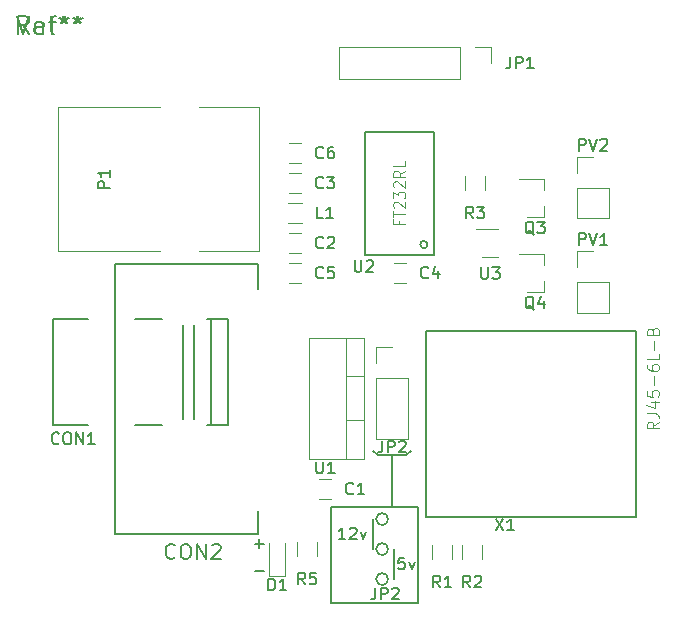
<source format=gto>
G04 #@! TF.FileFunction,Legend,Top*
%FSLAX46Y46*%
G04 Gerber Fmt 4.6, Leading zero omitted, Abs format (unit mm)*
G04 Created by KiCad (PCBNEW 4.0.6) date 07/30/17 21:30:07*
%MOMM*%
%LPD*%
G01*
G04 APERTURE LIST*
%ADD10C,0.100000*%
%ADD11C,0.200000*%
%ADD12C,0.120000*%
%ADD13C,0.203200*%
%ADD14C,0.152400*%
%ADD15C,0.127000*%
%ADD16C,0.150000*%
%ADD17C,0.050000*%
G04 APERTURE END LIST*
D10*
D11*
X231800000Y-76400000D02*
X231400000Y-76000000D01*
X234200000Y-76400000D02*
X234600000Y-76000000D01*
X233000000Y-76400000D02*
X233000000Y-80750000D01*
X234200000Y-76400000D02*
X231800000Y-76400000D01*
X231576667Y-87590381D02*
X231576667Y-88304667D01*
X231529047Y-88447524D01*
X231433809Y-88542762D01*
X231290952Y-88590381D01*
X231195714Y-88590381D01*
X232052857Y-88590381D02*
X232052857Y-87590381D01*
X232433810Y-87590381D01*
X232529048Y-87638000D01*
X232576667Y-87685619D01*
X232624286Y-87780857D01*
X232624286Y-87923714D01*
X232576667Y-88018952D01*
X232529048Y-88066571D01*
X232433810Y-88114190D01*
X232052857Y-88114190D01*
X233005238Y-87685619D02*
X233052857Y-87638000D01*
X233148095Y-87590381D01*
X233386191Y-87590381D01*
X233481429Y-87638000D01*
X233529048Y-87685619D01*
X233576667Y-87780857D01*
X233576667Y-87876095D01*
X233529048Y-88018952D01*
X232957619Y-88590381D01*
X233576667Y-88590381D01*
X227838000Y-80772000D02*
X228346000Y-80772000D01*
X227838000Y-88900000D02*
X227838000Y-80772000D01*
X235204000Y-88900000D02*
X227838000Y-88900000D01*
X235204000Y-80772000D02*
X235204000Y-88900000D01*
X228092000Y-80772000D02*
X235204000Y-80772000D01*
X234045143Y-85050381D02*
X233568952Y-85050381D01*
X233521333Y-85526571D01*
X233568952Y-85478952D01*
X233664190Y-85431333D01*
X233902286Y-85431333D01*
X233997524Y-85478952D01*
X234045143Y-85526571D01*
X234092762Y-85621810D01*
X234092762Y-85859905D01*
X234045143Y-85955143D01*
X233997524Y-86002762D01*
X233902286Y-86050381D01*
X233664190Y-86050381D01*
X233568952Y-86002762D01*
X233521333Y-85955143D01*
X234426095Y-85383714D02*
X234664190Y-86050381D01*
X234902286Y-85383714D01*
X233172000Y-84328000D02*
X233172000Y-86868000D01*
X229044572Y-83510381D02*
X228473143Y-83510381D01*
X228758857Y-83510381D02*
X228758857Y-82510381D01*
X228663619Y-82653238D01*
X228568381Y-82748476D01*
X228473143Y-82796095D01*
X229425524Y-82605619D02*
X229473143Y-82558000D01*
X229568381Y-82510381D01*
X229806477Y-82510381D01*
X229901715Y-82558000D01*
X229949334Y-82605619D01*
X229996953Y-82700857D01*
X229996953Y-82796095D01*
X229949334Y-82938952D01*
X229377905Y-83510381D01*
X229996953Y-83510381D01*
X230330286Y-82843714D02*
X230568381Y-83510381D01*
X230806477Y-82843714D01*
X231394000Y-81788000D02*
X231394000Y-84328000D01*
X232664000Y-86868000D02*
G75*
G03X232664000Y-86868000I-508000J0D01*
G01*
X232664000Y-84328000D02*
G75*
G03X232664000Y-84328000I-508000J0D01*
G01*
X232664000Y-81788000D02*
G75*
G03X232664000Y-81788000I-508000J0D01*
G01*
X221361048Y-86177429D02*
X222122953Y-86177429D01*
X221361048Y-83891429D02*
X222122953Y-83891429D01*
X221742001Y-84272381D02*
X221742001Y-83510476D01*
D12*
X238896000Y-85182000D02*
X238896000Y-83982000D01*
X240656000Y-83982000D02*
X240656000Y-85182000D01*
X236356000Y-85182000D02*
X236356000Y-83982000D01*
X238116000Y-83982000D02*
X238116000Y-85182000D01*
X231670000Y-74990000D02*
X234330000Y-74990000D01*
X231670000Y-69850000D02*
X231670000Y-74990000D01*
X234330000Y-69850000D02*
X234330000Y-74990000D01*
X231670000Y-69850000D02*
X234330000Y-69850000D01*
X231670000Y-68580000D02*
X231670000Y-67250000D01*
X231670000Y-67250000D02*
X233000000Y-67250000D01*
X227830000Y-78398000D02*
X226830000Y-78398000D01*
X226830000Y-80098000D02*
X227830000Y-80098000D01*
X225290000Y-57570000D02*
X224290000Y-57570000D01*
X224290000Y-59270000D02*
X225290000Y-59270000D01*
X225290000Y-52490000D02*
X224290000Y-52490000D01*
X224290000Y-54190000D02*
X225290000Y-54190000D01*
X233180000Y-61810000D02*
X234180000Y-61810000D01*
X234180000Y-60110000D02*
X233180000Y-60110000D01*
X225290000Y-60110000D02*
X224290000Y-60110000D01*
X224290000Y-61810000D02*
X225290000Y-61810000D01*
X224290000Y-51650000D02*
X225290000Y-51650000D01*
X225290000Y-49950000D02*
X224290000Y-49950000D01*
X228540000Y-41850000D02*
X228540000Y-44510000D01*
X238760000Y-41850000D02*
X228540000Y-41850000D01*
X238760000Y-44510000D02*
X228540000Y-44510000D01*
X238760000Y-41850000D02*
X238760000Y-44510000D01*
X240030000Y-41850000D02*
X241360000Y-41850000D01*
X241360000Y-41850000D02*
X241360000Y-43180000D01*
X225390000Y-56760000D02*
X224190000Y-56760000D01*
X224190000Y-55000000D02*
X225390000Y-55000000D01*
X248670000Y-64330000D02*
X251330000Y-64330000D01*
X248670000Y-61730000D02*
X248670000Y-64330000D01*
X251330000Y-61730000D02*
X251330000Y-64330000D01*
X248670000Y-61730000D02*
X251330000Y-61730000D01*
X248670000Y-60460000D02*
X248670000Y-59130000D01*
X248670000Y-59130000D02*
X250000000Y-59130000D01*
X248670000Y-56330000D02*
X251330000Y-56330000D01*
X248670000Y-53730000D02*
X248670000Y-56330000D01*
X251330000Y-53730000D02*
X251330000Y-56330000D01*
X248670000Y-53730000D02*
X251330000Y-53730000D01*
X248670000Y-52460000D02*
X248670000Y-51130000D01*
X248670000Y-51130000D02*
X250000000Y-51130000D01*
D13*
X221638300Y-83067780D02*
X209517420Y-83067780D01*
X209517420Y-83067780D02*
X209517420Y-60172220D01*
X209517420Y-60172220D02*
X221638300Y-60172220D01*
X221638300Y-60172220D02*
X221638300Y-62295660D01*
X221638300Y-81119600D02*
X221638300Y-83067780D01*
D12*
X245870000Y-56190000D02*
X245870000Y-55260000D01*
X245870000Y-53030000D02*
X245870000Y-53960000D01*
X245870000Y-53030000D02*
X243710000Y-53030000D01*
X245870000Y-56190000D02*
X244410000Y-56190000D01*
X245870000Y-62540000D02*
X245870000Y-61610000D01*
X245870000Y-59380000D02*
X245870000Y-60310000D01*
X245870000Y-59380000D02*
X243710000Y-59380000D01*
X245870000Y-62540000D02*
X244410000Y-62540000D01*
X239150000Y-53940000D02*
X239150000Y-52740000D01*
X240910000Y-52740000D02*
X240910000Y-53940000D01*
X226686000Y-83728000D02*
X226686000Y-84928000D01*
X224926000Y-84928000D02*
X224926000Y-83728000D01*
X230620000Y-66420000D02*
X230620000Y-76660000D01*
X225979000Y-66420000D02*
X225979000Y-76660000D01*
X230620000Y-66420000D02*
X225979000Y-66420000D01*
X230620000Y-76660000D02*
X225979000Y-76660000D01*
X229110000Y-66420000D02*
X229110000Y-76660000D01*
X230620000Y-69690000D02*
X229110000Y-69690000D01*
X230620000Y-73391000D02*
X229110000Y-73391000D01*
D14*
X253620000Y-81590000D02*
X235880000Y-81590000D01*
X235880000Y-81590000D02*
X235880000Y-65840000D01*
X235880000Y-65840000D02*
X253620000Y-65840000D01*
X253620000Y-65840000D02*
X253620000Y-81590000D01*
D15*
X207296000Y-64842000D02*
X204296000Y-64842000D01*
X204296000Y-64842000D02*
X204296000Y-73842000D01*
X204296000Y-73842000D02*
X207296000Y-73842000D01*
X211196000Y-73842000D02*
X213496000Y-73842000D01*
X217296000Y-73842000D02*
X217696000Y-73842000D01*
X217696000Y-73842000D02*
X219096000Y-73842000D01*
X219096000Y-73842000D02*
X219096000Y-64842000D01*
X219096000Y-64842000D02*
X217696000Y-64842000D01*
X217696000Y-64842000D02*
X217296000Y-64842000D01*
X217696000Y-64842000D02*
X217696000Y-73842000D01*
X211196000Y-64842000D02*
X213496000Y-64842000D01*
X215296000Y-65342000D02*
X215296000Y-73342000D01*
X216196000Y-65342000D02*
X216196000Y-73342000D01*
D14*
X230731000Y-59425000D02*
X230731000Y-49025000D01*
X230731000Y-49025000D02*
X236581000Y-49025000D01*
X236581000Y-49025000D02*
X236581000Y-59425000D01*
X236581000Y-59425000D02*
X230731000Y-59425000D01*
X235992800Y-58543000D02*
G75*
G03X235992800Y-58543000I-304800J0D01*
G01*
D12*
X242000000Y-57260000D02*
X240100000Y-57260000D01*
X240600000Y-59580000D02*
X242000000Y-59580000D01*
X213350000Y-46900000D02*
X204710000Y-46900000D01*
X221730000Y-46900000D02*
X216650000Y-46900000D01*
X213350000Y-59100000D02*
X204710000Y-59100000D01*
X221730000Y-59100000D02*
X216650000Y-59100000D01*
X204710000Y-59100000D02*
X204710000Y-46900000D01*
X221730000Y-46900000D02*
X221730000Y-59100000D01*
X222566000Y-86636000D02*
X223966000Y-86636000D01*
X223966000Y-86636000D02*
X223966000Y-83836000D01*
X222566000Y-86636000D02*
X222566000Y-83836000D01*
D16*
X202222000Y-40689429D02*
X201714000Y-39963714D01*
X201351143Y-40689429D02*
X201351143Y-39165429D01*
X201931715Y-39165429D01*
X202076857Y-39238000D01*
X202149429Y-39310571D01*
X202222000Y-39455714D01*
X202222000Y-39673429D01*
X202149429Y-39818571D01*
X202076857Y-39891143D01*
X201931715Y-39963714D01*
X201351143Y-39963714D01*
X203455715Y-40616857D02*
X203310572Y-40689429D01*
X203020286Y-40689429D01*
X202875143Y-40616857D01*
X202802572Y-40471714D01*
X202802572Y-39891143D01*
X202875143Y-39746000D01*
X203020286Y-39673429D01*
X203310572Y-39673429D01*
X203455715Y-39746000D01*
X203528286Y-39891143D01*
X203528286Y-40036286D01*
X202802572Y-40181429D01*
X203963715Y-39673429D02*
X204544286Y-39673429D01*
X204181429Y-40689429D02*
X204181429Y-39383143D01*
X204254001Y-39238000D01*
X204399143Y-39165429D01*
X204544286Y-39165429D01*
X205270000Y-39165429D02*
X205270000Y-39528286D01*
X204907143Y-39383143D02*
X205270000Y-39528286D01*
X205632858Y-39383143D01*
X205052286Y-39818571D02*
X205270000Y-39528286D01*
X205487715Y-39818571D01*
X206431143Y-39165429D02*
X206431143Y-39528286D01*
X206068286Y-39383143D02*
X206431143Y-39528286D01*
X206794001Y-39383143D01*
X206213429Y-39818571D02*
X206431143Y-39528286D01*
X206648858Y-39818571D01*
X201242286Y-39165429D02*
X201750286Y-40689429D01*
X202258286Y-39165429D01*
X203419429Y-40689429D02*
X203419429Y-39891143D01*
X203346858Y-39746000D01*
X203201715Y-39673429D01*
X202911429Y-39673429D01*
X202766286Y-39746000D01*
X203419429Y-40616857D02*
X203274286Y-40689429D01*
X202911429Y-40689429D01*
X202766286Y-40616857D01*
X202693715Y-40471714D01*
X202693715Y-40326571D01*
X202766286Y-40181429D01*
X202911429Y-40108857D01*
X203274286Y-40108857D01*
X203419429Y-40036286D01*
X204362857Y-40689429D02*
X204217715Y-40616857D01*
X204145143Y-40471714D01*
X204145143Y-39165429D01*
X205161143Y-39165429D02*
X205161143Y-39528286D01*
X204798286Y-39383143D02*
X205161143Y-39528286D01*
X205524001Y-39383143D01*
X204943429Y-39818571D02*
X205161143Y-39528286D01*
X205378858Y-39818571D01*
X206322286Y-39165429D02*
X206322286Y-39528286D01*
X205959429Y-39383143D02*
X206322286Y-39528286D01*
X206685144Y-39383143D01*
X206104572Y-39818571D02*
X206322286Y-39528286D01*
X206540001Y-39818571D01*
X239609334Y-87574381D02*
X239276000Y-87098190D01*
X239037905Y-87574381D02*
X239037905Y-86574381D01*
X239418858Y-86574381D01*
X239514096Y-86622000D01*
X239561715Y-86669619D01*
X239609334Y-86764857D01*
X239609334Y-86907714D01*
X239561715Y-87002952D01*
X239514096Y-87050571D01*
X239418858Y-87098190D01*
X239037905Y-87098190D01*
X239990286Y-86669619D02*
X240037905Y-86622000D01*
X240133143Y-86574381D01*
X240371239Y-86574381D01*
X240466477Y-86622000D01*
X240514096Y-86669619D01*
X240561715Y-86764857D01*
X240561715Y-86860095D01*
X240514096Y-87002952D01*
X239942667Y-87574381D01*
X240561715Y-87574381D01*
X237069334Y-87574381D02*
X236736000Y-87098190D01*
X236497905Y-87574381D02*
X236497905Y-86574381D01*
X236878858Y-86574381D01*
X236974096Y-86622000D01*
X237021715Y-86669619D01*
X237069334Y-86764857D01*
X237069334Y-86907714D01*
X237021715Y-87002952D01*
X236974096Y-87050571D01*
X236878858Y-87098190D01*
X236497905Y-87098190D01*
X238021715Y-87574381D02*
X237450286Y-87574381D01*
X237736000Y-87574381D02*
X237736000Y-86574381D01*
X237640762Y-86717238D01*
X237545524Y-86812476D01*
X237450286Y-86860095D01*
X232166667Y-75144381D02*
X232166667Y-75858667D01*
X232119047Y-76001524D01*
X232023809Y-76096762D01*
X231880952Y-76144381D01*
X231785714Y-76144381D01*
X232642857Y-76144381D02*
X232642857Y-75144381D01*
X233023810Y-75144381D01*
X233119048Y-75192000D01*
X233166667Y-75239619D01*
X233214286Y-75334857D01*
X233214286Y-75477714D01*
X233166667Y-75572952D01*
X233119048Y-75620571D01*
X233023810Y-75668190D01*
X232642857Y-75668190D01*
X233595238Y-75239619D02*
X233642857Y-75192000D01*
X233738095Y-75144381D01*
X233976191Y-75144381D01*
X234071429Y-75192000D01*
X234119048Y-75239619D01*
X234166667Y-75334857D01*
X234166667Y-75430095D01*
X234119048Y-75572952D01*
X233547619Y-76144381D01*
X234166667Y-76144381D01*
X229703334Y-79605143D02*
X229655715Y-79652762D01*
X229512858Y-79700381D01*
X229417620Y-79700381D01*
X229274762Y-79652762D01*
X229179524Y-79557524D01*
X229131905Y-79462286D01*
X229084286Y-79271810D01*
X229084286Y-79128952D01*
X229131905Y-78938476D01*
X229179524Y-78843238D01*
X229274762Y-78748000D01*
X229417620Y-78700381D01*
X229512858Y-78700381D01*
X229655715Y-78748000D01*
X229703334Y-78795619D01*
X230655715Y-79700381D02*
X230084286Y-79700381D01*
X230370000Y-79700381D02*
X230370000Y-78700381D01*
X230274762Y-78843238D01*
X230179524Y-78938476D01*
X230084286Y-78986095D01*
X227163334Y-58777143D02*
X227115715Y-58824762D01*
X226972858Y-58872381D01*
X226877620Y-58872381D01*
X226734762Y-58824762D01*
X226639524Y-58729524D01*
X226591905Y-58634286D01*
X226544286Y-58443810D01*
X226544286Y-58300952D01*
X226591905Y-58110476D01*
X226639524Y-58015238D01*
X226734762Y-57920000D01*
X226877620Y-57872381D01*
X226972858Y-57872381D01*
X227115715Y-57920000D01*
X227163334Y-57967619D01*
X227544286Y-57967619D02*
X227591905Y-57920000D01*
X227687143Y-57872381D01*
X227925239Y-57872381D01*
X228020477Y-57920000D01*
X228068096Y-57967619D01*
X228115715Y-58062857D01*
X228115715Y-58158095D01*
X228068096Y-58300952D01*
X227496667Y-58872381D01*
X228115715Y-58872381D01*
X227163334Y-53697143D02*
X227115715Y-53744762D01*
X226972858Y-53792381D01*
X226877620Y-53792381D01*
X226734762Y-53744762D01*
X226639524Y-53649524D01*
X226591905Y-53554286D01*
X226544286Y-53363810D01*
X226544286Y-53220952D01*
X226591905Y-53030476D01*
X226639524Y-52935238D01*
X226734762Y-52840000D01*
X226877620Y-52792381D01*
X226972858Y-52792381D01*
X227115715Y-52840000D01*
X227163334Y-52887619D01*
X227496667Y-52792381D02*
X228115715Y-52792381D01*
X227782381Y-53173333D01*
X227925239Y-53173333D01*
X228020477Y-53220952D01*
X228068096Y-53268571D01*
X228115715Y-53363810D01*
X228115715Y-53601905D01*
X228068096Y-53697143D01*
X228020477Y-53744762D01*
X227925239Y-53792381D01*
X227639524Y-53792381D01*
X227544286Y-53744762D01*
X227496667Y-53697143D01*
X236053334Y-61317143D02*
X236005715Y-61364762D01*
X235862858Y-61412381D01*
X235767620Y-61412381D01*
X235624762Y-61364762D01*
X235529524Y-61269524D01*
X235481905Y-61174286D01*
X235434286Y-60983810D01*
X235434286Y-60840952D01*
X235481905Y-60650476D01*
X235529524Y-60555238D01*
X235624762Y-60460000D01*
X235767620Y-60412381D01*
X235862858Y-60412381D01*
X236005715Y-60460000D01*
X236053334Y-60507619D01*
X236910477Y-60745714D02*
X236910477Y-61412381D01*
X236672381Y-60364762D02*
X236434286Y-61079048D01*
X237053334Y-61079048D01*
X227163334Y-61317143D02*
X227115715Y-61364762D01*
X226972858Y-61412381D01*
X226877620Y-61412381D01*
X226734762Y-61364762D01*
X226639524Y-61269524D01*
X226591905Y-61174286D01*
X226544286Y-60983810D01*
X226544286Y-60840952D01*
X226591905Y-60650476D01*
X226639524Y-60555238D01*
X226734762Y-60460000D01*
X226877620Y-60412381D01*
X226972858Y-60412381D01*
X227115715Y-60460000D01*
X227163334Y-60507619D01*
X228068096Y-60412381D02*
X227591905Y-60412381D01*
X227544286Y-60888571D01*
X227591905Y-60840952D01*
X227687143Y-60793333D01*
X227925239Y-60793333D01*
X228020477Y-60840952D01*
X228068096Y-60888571D01*
X228115715Y-60983810D01*
X228115715Y-61221905D01*
X228068096Y-61317143D01*
X228020477Y-61364762D01*
X227925239Y-61412381D01*
X227687143Y-61412381D01*
X227591905Y-61364762D01*
X227544286Y-61317143D01*
X227163334Y-51157143D02*
X227115715Y-51204762D01*
X226972858Y-51252381D01*
X226877620Y-51252381D01*
X226734762Y-51204762D01*
X226639524Y-51109524D01*
X226591905Y-51014286D01*
X226544286Y-50823810D01*
X226544286Y-50680952D01*
X226591905Y-50490476D01*
X226639524Y-50395238D01*
X226734762Y-50300000D01*
X226877620Y-50252381D01*
X226972858Y-50252381D01*
X227115715Y-50300000D01*
X227163334Y-50347619D01*
X228020477Y-50252381D02*
X227830000Y-50252381D01*
X227734762Y-50300000D01*
X227687143Y-50347619D01*
X227591905Y-50490476D01*
X227544286Y-50680952D01*
X227544286Y-51061905D01*
X227591905Y-51157143D01*
X227639524Y-51204762D01*
X227734762Y-51252381D01*
X227925239Y-51252381D01*
X228020477Y-51204762D01*
X228068096Y-51157143D01*
X228115715Y-51061905D01*
X228115715Y-50823810D01*
X228068096Y-50728571D01*
X228020477Y-50680952D01*
X227925239Y-50633333D01*
X227734762Y-50633333D01*
X227639524Y-50680952D01*
X227591905Y-50728571D01*
X227544286Y-50823810D01*
X243006667Y-42632381D02*
X243006667Y-43346667D01*
X242959047Y-43489524D01*
X242863809Y-43584762D01*
X242720952Y-43632381D01*
X242625714Y-43632381D01*
X243482857Y-43632381D02*
X243482857Y-42632381D01*
X243863810Y-42632381D01*
X243959048Y-42680000D01*
X244006667Y-42727619D01*
X244054286Y-42822857D01*
X244054286Y-42965714D01*
X244006667Y-43060952D01*
X243959048Y-43108571D01*
X243863810Y-43156190D01*
X243482857Y-43156190D01*
X245006667Y-43632381D02*
X244435238Y-43632381D01*
X244720952Y-43632381D02*
X244720952Y-42632381D01*
X244625714Y-42775238D01*
X244530476Y-42870476D01*
X244435238Y-42918095D01*
X227163334Y-56332381D02*
X226687143Y-56332381D01*
X226687143Y-55332381D01*
X228020477Y-56332381D02*
X227449048Y-56332381D01*
X227734762Y-56332381D02*
X227734762Y-55332381D01*
X227639524Y-55475238D01*
X227544286Y-55570476D01*
X227449048Y-55618095D01*
X248833333Y-58582381D02*
X248833333Y-57582381D01*
X249214286Y-57582381D01*
X249309524Y-57630000D01*
X249357143Y-57677619D01*
X249404762Y-57772857D01*
X249404762Y-57915714D01*
X249357143Y-58010952D01*
X249309524Y-58058571D01*
X249214286Y-58106190D01*
X248833333Y-58106190D01*
X249690476Y-57582381D02*
X250023809Y-58582381D01*
X250357143Y-57582381D01*
X251214286Y-58582381D02*
X250642857Y-58582381D01*
X250928571Y-58582381D02*
X250928571Y-57582381D01*
X250833333Y-57725238D01*
X250738095Y-57820476D01*
X250642857Y-57868095D01*
X248833333Y-50582381D02*
X248833333Y-49582381D01*
X249214286Y-49582381D01*
X249309524Y-49630000D01*
X249357143Y-49677619D01*
X249404762Y-49772857D01*
X249404762Y-49915714D01*
X249357143Y-50010952D01*
X249309524Y-50058571D01*
X249214286Y-50106190D01*
X248833333Y-50106190D01*
X249690476Y-49582381D02*
X250023809Y-50582381D01*
X250357143Y-49582381D01*
X250642857Y-49677619D02*
X250690476Y-49630000D01*
X250785714Y-49582381D01*
X251023810Y-49582381D01*
X251119048Y-49630000D01*
X251166667Y-49677619D01*
X251214286Y-49772857D01*
X251214286Y-49868095D01*
X251166667Y-50010952D01*
X250595238Y-50582381D01*
X251214286Y-50582381D01*
X214611857Y-85035571D02*
X214551381Y-85096048D01*
X214369952Y-85156524D01*
X214249000Y-85156524D01*
X214067572Y-85096048D01*
X213946619Y-84975095D01*
X213886143Y-84854143D01*
X213825667Y-84612238D01*
X213825667Y-84430810D01*
X213886143Y-84188905D01*
X213946619Y-84067952D01*
X214067572Y-83947000D01*
X214249000Y-83886524D01*
X214369952Y-83886524D01*
X214551381Y-83947000D01*
X214611857Y-84007476D01*
X215398048Y-83886524D02*
X215639952Y-83886524D01*
X215760905Y-83947000D01*
X215881857Y-84067952D01*
X215942333Y-84309857D01*
X215942333Y-84733190D01*
X215881857Y-84975095D01*
X215760905Y-85096048D01*
X215639952Y-85156524D01*
X215398048Y-85156524D01*
X215277095Y-85096048D01*
X215156143Y-84975095D01*
X215095667Y-84733190D01*
X215095667Y-84309857D01*
X215156143Y-84067952D01*
X215277095Y-83947000D01*
X215398048Y-83886524D01*
X216486619Y-85156524D02*
X216486619Y-83886524D01*
X217212333Y-85156524D01*
X217212333Y-83886524D01*
X217756619Y-84007476D02*
X217817095Y-83947000D01*
X217938047Y-83886524D01*
X218240428Y-83886524D01*
X218361381Y-83947000D01*
X218421857Y-84007476D01*
X218482333Y-84128429D01*
X218482333Y-84249381D01*
X218421857Y-84430810D01*
X217696143Y-85156524D01*
X218482333Y-85156524D01*
X245014762Y-57697619D02*
X244919524Y-57650000D01*
X244824286Y-57554762D01*
X244681429Y-57411905D01*
X244586190Y-57364286D01*
X244490952Y-57364286D01*
X244538571Y-57602381D02*
X244443333Y-57554762D01*
X244348095Y-57459524D01*
X244300476Y-57269048D01*
X244300476Y-56935714D01*
X244348095Y-56745238D01*
X244443333Y-56650000D01*
X244538571Y-56602381D01*
X244729048Y-56602381D01*
X244824286Y-56650000D01*
X244919524Y-56745238D01*
X244967143Y-56935714D01*
X244967143Y-57269048D01*
X244919524Y-57459524D01*
X244824286Y-57554762D01*
X244729048Y-57602381D01*
X244538571Y-57602381D01*
X245300476Y-56602381D02*
X245919524Y-56602381D01*
X245586190Y-56983333D01*
X245729048Y-56983333D01*
X245824286Y-57030952D01*
X245871905Y-57078571D01*
X245919524Y-57173810D01*
X245919524Y-57411905D01*
X245871905Y-57507143D01*
X245824286Y-57554762D01*
X245729048Y-57602381D01*
X245443333Y-57602381D01*
X245348095Y-57554762D01*
X245300476Y-57507143D01*
X245014762Y-64047619D02*
X244919524Y-64000000D01*
X244824286Y-63904762D01*
X244681429Y-63761905D01*
X244586190Y-63714286D01*
X244490952Y-63714286D01*
X244538571Y-63952381D02*
X244443333Y-63904762D01*
X244348095Y-63809524D01*
X244300476Y-63619048D01*
X244300476Y-63285714D01*
X244348095Y-63095238D01*
X244443333Y-63000000D01*
X244538571Y-62952381D01*
X244729048Y-62952381D01*
X244824286Y-63000000D01*
X244919524Y-63095238D01*
X244967143Y-63285714D01*
X244967143Y-63619048D01*
X244919524Y-63809524D01*
X244824286Y-63904762D01*
X244729048Y-63952381D01*
X244538571Y-63952381D01*
X245824286Y-63285714D02*
X245824286Y-63952381D01*
X245586190Y-62904762D02*
X245348095Y-63619048D01*
X245967143Y-63619048D01*
X239863334Y-56332381D02*
X239530000Y-55856190D01*
X239291905Y-56332381D02*
X239291905Y-55332381D01*
X239672858Y-55332381D01*
X239768096Y-55380000D01*
X239815715Y-55427619D01*
X239863334Y-55522857D01*
X239863334Y-55665714D01*
X239815715Y-55760952D01*
X239768096Y-55808571D01*
X239672858Y-55856190D01*
X239291905Y-55856190D01*
X240196667Y-55332381D02*
X240815715Y-55332381D01*
X240482381Y-55713333D01*
X240625239Y-55713333D01*
X240720477Y-55760952D01*
X240768096Y-55808571D01*
X240815715Y-55903810D01*
X240815715Y-56141905D01*
X240768096Y-56237143D01*
X240720477Y-56284762D01*
X240625239Y-56332381D01*
X240339524Y-56332381D01*
X240244286Y-56284762D01*
X240196667Y-56237143D01*
X225639334Y-87320381D02*
X225306000Y-86844190D01*
X225067905Y-87320381D02*
X225067905Y-86320381D01*
X225448858Y-86320381D01*
X225544096Y-86368000D01*
X225591715Y-86415619D01*
X225639334Y-86510857D01*
X225639334Y-86653714D01*
X225591715Y-86748952D01*
X225544096Y-86796571D01*
X225448858Y-86844190D01*
X225067905Y-86844190D01*
X226544096Y-86320381D02*
X226067905Y-86320381D01*
X226020286Y-86796571D01*
X226067905Y-86748952D01*
X226163143Y-86701333D01*
X226401239Y-86701333D01*
X226496477Y-86748952D01*
X226544096Y-86796571D01*
X226591715Y-86891810D01*
X226591715Y-87129905D01*
X226544096Y-87225143D01*
X226496477Y-87272762D01*
X226401239Y-87320381D01*
X226163143Y-87320381D01*
X226067905Y-87272762D01*
X226020286Y-87225143D01*
X226568095Y-76922381D02*
X226568095Y-77731905D01*
X226615714Y-77827143D01*
X226663333Y-77874762D01*
X226758571Y-77922381D01*
X226949048Y-77922381D01*
X227044286Y-77874762D01*
X227091905Y-77827143D01*
X227139524Y-77731905D01*
X227139524Y-76922381D01*
X228139524Y-77922381D02*
X227568095Y-77922381D01*
X227853809Y-77922381D02*
X227853809Y-76922381D01*
X227758571Y-77065238D01*
X227663333Y-77160476D01*
X227568095Y-77208095D01*
X241760476Y-81748381D02*
X242427143Y-82748381D01*
X242427143Y-81748381D02*
X241760476Y-82748381D01*
X243331905Y-82748381D02*
X242760476Y-82748381D01*
X243046190Y-82748381D02*
X243046190Y-81748381D01*
X242950952Y-81891238D01*
X242855714Y-81986476D01*
X242760476Y-82034095D01*
D17*
X255587381Y-73532857D02*
X255111190Y-73866191D01*
X255587381Y-74104286D02*
X254587381Y-74104286D01*
X254587381Y-73723333D01*
X254635000Y-73628095D01*
X254682619Y-73580476D01*
X254777857Y-73532857D01*
X254920714Y-73532857D01*
X255015952Y-73580476D01*
X255063571Y-73628095D01*
X255111190Y-73723333D01*
X255111190Y-74104286D01*
X254587381Y-72818571D02*
X255301667Y-72818571D01*
X255444524Y-72866191D01*
X255539762Y-72961429D01*
X255587381Y-73104286D01*
X255587381Y-73199524D01*
X254920714Y-71913809D02*
X255587381Y-71913809D01*
X254539762Y-72151905D02*
X255254048Y-72390000D01*
X255254048Y-71770952D01*
X254587381Y-70913809D02*
X254587381Y-71390000D01*
X255063571Y-71437619D01*
X255015952Y-71390000D01*
X254968333Y-71294762D01*
X254968333Y-71056666D01*
X255015952Y-70961428D01*
X255063571Y-70913809D01*
X255158810Y-70866190D01*
X255396905Y-70866190D01*
X255492143Y-70913809D01*
X255539762Y-70961428D01*
X255587381Y-71056666D01*
X255587381Y-71294762D01*
X255539762Y-71390000D01*
X255492143Y-71437619D01*
X255206429Y-70437619D02*
X255206429Y-69675714D01*
X254587381Y-68770952D02*
X254587381Y-68961429D01*
X254635000Y-69056667D01*
X254682619Y-69104286D01*
X254825476Y-69199524D01*
X255015952Y-69247143D01*
X255396905Y-69247143D01*
X255492143Y-69199524D01*
X255539762Y-69151905D01*
X255587381Y-69056667D01*
X255587381Y-68866190D01*
X255539762Y-68770952D01*
X255492143Y-68723333D01*
X255396905Y-68675714D01*
X255158810Y-68675714D01*
X255063571Y-68723333D01*
X255015952Y-68770952D01*
X254968333Y-68866190D01*
X254968333Y-69056667D01*
X255015952Y-69151905D01*
X255063571Y-69199524D01*
X255158810Y-69247143D01*
X255587381Y-67770952D02*
X255587381Y-68247143D01*
X254587381Y-68247143D01*
X255206429Y-67437619D02*
X255206429Y-66675714D01*
X255063571Y-65866190D02*
X255111190Y-65723333D01*
X255158810Y-65675714D01*
X255254048Y-65628095D01*
X255396905Y-65628095D01*
X255492143Y-65675714D01*
X255539762Y-65723333D01*
X255587381Y-65818571D01*
X255587381Y-66199524D01*
X254587381Y-66199524D01*
X254587381Y-65866190D01*
X254635000Y-65770952D01*
X254682619Y-65723333D01*
X254777857Y-65675714D01*
X254873095Y-65675714D01*
X254968333Y-65723333D01*
X255015952Y-65770952D01*
X255063571Y-65866190D01*
X255063571Y-66199524D01*
D16*
X204785715Y-75357143D02*
X204738096Y-75404762D01*
X204595239Y-75452381D01*
X204500001Y-75452381D01*
X204357143Y-75404762D01*
X204261905Y-75309524D01*
X204214286Y-75214286D01*
X204166667Y-75023810D01*
X204166667Y-74880952D01*
X204214286Y-74690476D01*
X204261905Y-74595238D01*
X204357143Y-74500000D01*
X204500001Y-74452381D01*
X204595239Y-74452381D01*
X204738096Y-74500000D01*
X204785715Y-74547619D01*
X205404762Y-74452381D02*
X205595239Y-74452381D01*
X205690477Y-74500000D01*
X205785715Y-74595238D01*
X205833334Y-74785714D01*
X205833334Y-75119048D01*
X205785715Y-75309524D01*
X205690477Y-75404762D01*
X205595239Y-75452381D01*
X205404762Y-75452381D01*
X205309524Y-75404762D01*
X205214286Y-75309524D01*
X205166667Y-75119048D01*
X205166667Y-74785714D01*
X205214286Y-74595238D01*
X205309524Y-74500000D01*
X205404762Y-74452381D01*
X206261905Y-75452381D02*
X206261905Y-74452381D01*
X206833334Y-75452381D01*
X206833334Y-74452381D01*
X207833334Y-75452381D02*
X207261905Y-75452381D01*
X207547619Y-75452381D02*
X207547619Y-74452381D01*
X207452381Y-74595238D01*
X207357143Y-74690476D01*
X207261905Y-74738095D01*
X229838095Y-59852381D02*
X229838095Y-60661905D01*
X229885714Y-60757143D01*
X229933333Y-60804762D01*
X230028571Y-60852381D01*
X230219048Y-60852381D01*
X230314286Y-60804762D01*
X230361905Y-60757143D01*
X230409524Y-60661905D01*
X230409524Y-59852381D01*
X230838095Y-59947619D02*
X230885714Y-59900000D01*
X230980952Y-59852381D01*
X231219048Y-59852381D01*
X231314286Y-59900000D01*
X231361905Y-59947619D01*
X231409524Y-60042857D01*
X231409524Y-60138095D01*
X231361905Y-60280952D01*
X230790476Y-60852381D01*
X231409524Y-60852381D01*
D17*
X233584571Y-56539285D02*
X233584571Y-56839285D01*
X234108381Y-56839285D02*
X233108381Y-56839285D01*
X233108381Y-56410714D01*
X233108381Y-56196428D02*
X233108381Y-55682142D01*
X234108381Y-55939285D02*
X233108381Y-55939285D01*
X233203619Y-55424999D02*
X233156000Y-55382142D01*
X233108381Y-55296428D01*
X233108381Y-55082142D01*
X233156000Y-54996428D01*
X233203619Y-54953571D01*
X233298857Y-54910714D01*
X233394095Y-54910714D01*
X233536952Y-54953571D01*
X234108381Y-55467857D01*
X234108381Y-54910714D01*
X233108381Y-54610714D02*
X233108381Y-54053571D01*
X233489333Y-54353571D01*
X233489333Y-54224999D01*
X233536952Y-54139285D01*
X233584571Y-54096428D01*
X233679810Y-54053571D01*
X233917905Y-54053571D01*
X234013143Y-54096428D01*
X234060762Y-54139285D01*
X234108381Y-54224999D01*
X234108381Y-54482142D01*
X234060762Y-54567856D01*
X234013143Y-54610714D01*
X233203619Y-53710713D02*
X233156000Y-53667856D01*
X233108381Y-53582142D01*
X233108381Y-53367856D01*
X233156000Y-53282142D01*
X233203619Y-53239285D01*
X233298857Y-53196428D01*
X233394095Y-53196428D01*
X233536952Y-53239285D01*
X234108381Y-53753571D01*
X234108381Y-53196428D01*
X234108381Y-52296428D02*
X233632190Y-52596428D01*
X234108381Y-52810713D02*
X233108381Y-52810713D01*
X233108381Y-52467856D01*
X233156000Y-52382142D01*
X233203619Y-52339285D01*
X233298857Y-52296428D01*
X233441714Y-52296428D01*
X233536952Y-52339285D01*
X233584571Y-52382142D01*
X233632190Y-52467856D01*
X233632190Y-52810713D01*
X234108381Y-51482142D02*
X234108381Y-51910713D01*
X233108381Y-51910713D01*
D16*
X240538095Y-60452381D02*
X240538095Y-61261905D01*
X240585714Y-61357143D01*
X240633333Y-61404762D01*
X240728571Y-61452381D01*
X240919048Y-61452381D01*
X241014286Y-61404762D01*
X241061905Y-61357143D01*
X241109524Y-61261905D01*
X241109524Y-60452381D01*
X241490476Y-60452381D02*
X242109524Y-60452381D01*
X241776190Y-60833333D01*
X241919048Y-60833333D01*
X242014286Y-60880952D01*
X242061905Y-60928571D01*
X242109524Y-61023810D01*
X242109524Y-61261905D01*
X242061905Y-61357143D01*
X242014286Y-61404762D01*
X241919048Y-61452381D01*
X241633333Y-61452381D01*
X241538095Y-61404762D01*
X241490476Y-61357143D01*
X209102381Y-53738095D02*
X208102381Y-53738095D01*
X208102381Y-53357142D01*
X208150000Y-53261904D01*
X208197619Y-53214285D01*
X208292857Y-53166666D01*
X208435714Y-53166666D01*
X208530952Y-53214285D01*
X208578571Y-53261904D01*
X208626190Y-53357142D01*
X208626190Y-53738095D01*
X209102381Y-52214285D02*
X209102381Y-52785714D01*
X209102381Y-52500000D02*
X208102381Y-52500000D01*
X208245238Y-52595238D01*
X208340476Y-52690476D01*
X208388095Y-52785714D01*
X222527905Y-87828381D02*
X222527905Y-86828381D01*
X222766000Y-86828381D01*
X222908858Y-86876000D01*
X223004096Y-86971238D01*
X223051715Y-87066476D01*
X223099334Y-87256952D01*
X223099334Y-87399810D01*
X223051715Y-87590286D01*
X223004096Y-87685524D01*
X222908858Y-87780762D01*
X222766000Y-87828381D01*
X222527905Y-87828381D01*
X224051715Y-87828381D02*
X223480286Y-87828381D01*
X223766000Y-87828381D02*
X223766000Y-86828381D01*
X223670762Y-86971238D01*
X223575524Y-87066476D01*
X223480286Y-87114095D01*
M02*

</source>
